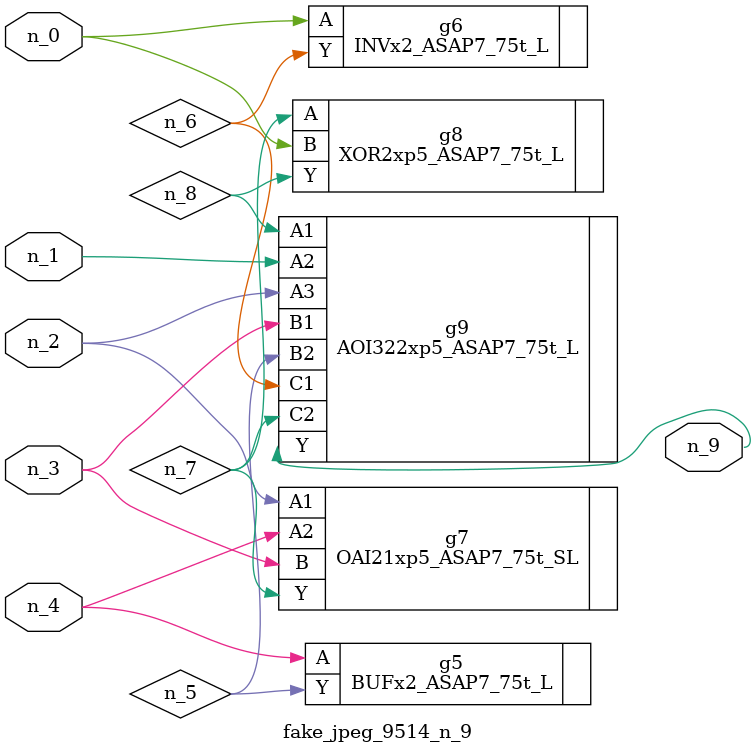
<source format=v>
module fake_jpeg_9514_n_9 (n_3, n_2, n_1, n_0, n_4, n_9);

input n_3;
input n_2;
input n_1;
input n_0;
input n_4;

output n_9;

wire n_8;
wire n_6;
wire n_5;
wire n_7;

BUFx2_ASAP7_75t_L g5 ( 
.A(n_4),
.Y(n_5)
);

INVx2_ASAP7_75t_L g6 ( 
.A(n_0),
.Y(n_6)
);

OAI21xp5_ASAP7_75t_SL g7 ( 
.A1(n_2),
.A2(n_4),
.B(n_3),
.Y(n_7)
);

XOR2xp5_ASAP7_75t_L g8 ( 
.A(n_7),
.B(n_0),
.Y(n_8)
);

AOI322xp5_ASAP7_75t_L g9 ( 
.A1(n_8),
.A2(n_1),
.A3(n_2),
.B1(n_3),
.B2(n_5),
.C1(n_6),
.C2(n_7),
.Y(n_9)
);


endmodule
</source>
